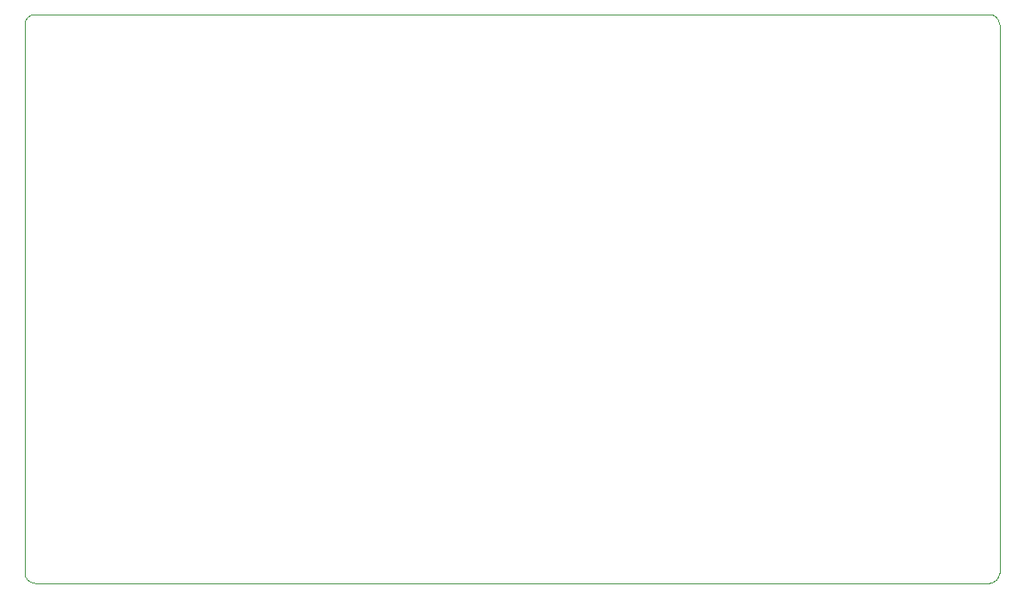
<source format=gbr>
%TF.GenerationSoftware,KiCad,Pcbnew,7.0.9*%
%TF.CreationDate,2025-05-07T10:44:47+08:00*%
%TF.ProjectId,HPM5300RDCRevB,48504d35-3330-4305-9244-43526576422e,REVC*%
%TF.SameCoordinates,Original*%
%TF.FileFunction,Profile,NP*%
%FSLAX46Y46*%
G04 Gerber Fmt 4.6, Leading zero omitted, Abs format (unit mm)*
G04 Created by KiCad (PCBNEW 7.0.9) date 2025-05-07 10:44:47*
%MOMM*%
%LPD*%
G01*
G04 APERTURE LIST*
%TA.AperFunction,Profile*%
%ADD10C,0.100000*%
%TD*%
G04 APERTURE END LIST*
D10*
X203225800Y-79145800D02*
G75*
G03*
X202225800Y-78145800I-1000000J0D01*
G01*
X202225800Y-134262800D02*
G75*
G03*
X203225800Y-133262871I100J999900D01*
G01*
X108168729Y-78145829D02*
G75*
G03*
X107168729Y-79145800I-29J-999971D01*
G01*
X203225800Y-79145800D02*
X203225800Y-133262871D01*
X107168729Y-133262871D02*
G75*
G03*
X108168729Y-134262871I999971J-29D01*
G01*
X108168729Y-78145800D02*
X202225800Y-78145800D01*
X107168729Y-79145800D02*
X107168729Y-133262871D01*
X108168729Y-134262871D02*
X202225800Y-134262871D01*
M02*

</source>
